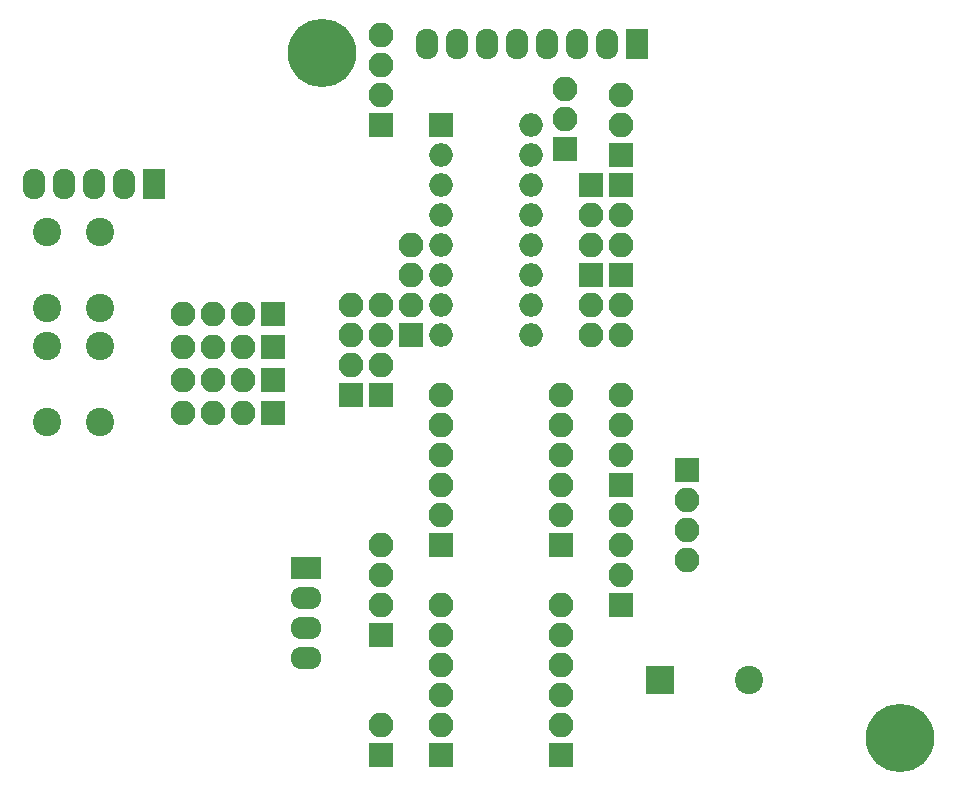
<source format=gbs>
G04 #@! TF.FileFunction,Soldermask,Bot*
%FSLAX46Y46*%
G04 Gerber Fmt 4.6, Leading zero omitted, Abs format (unit mm)*
G04 Created by KiCad (PCBNEW 4.0.5) date 11/07/17 20:17:22*
%MOMM*%
%LPD*%
G01*
G04 APERTURE LIST*
%ADD10C,0.100000*%
%ADD11C,5.800000*%
%ADD12C,3.100000*%
%ADD13R,2.100000X2.100000*%
%ADD14O,2.100000X2.100000*%
%ADD15R,2.000000X2.000000*%
%ADD16O,2.000000X2.000000*%
%ADD17R,2.599640X1.924000*%
%ADD18O,2.599640X1.924000*%
%ADD19R,1.924000X2.599640*%
%ADD20O,1.924000X2.599640*%
%ADD21C,2.400000*%
%ADD22R,2.400000X2.400000*%
G04 APERTURE END LIST*
D10*
D11*
X173540000Y-123000000D03*
D12*
X173540000Y-123000000D03*
X124540000Y-65000000D03*
D13*
X145135600Y-73152000D03*
D14*
X145135600Y-70612000D03*
X145135600Y-68072000D03*
D15*
X134620000Y-71120000D03*
D16*
X142240000Y-88900000D03*
X134620000Y-73660000D03*
X142240000Y-86360000D03*
X134620000Y-76200000D03*
X142240000Y-83820000D03*
X134620000Y-78740000D03*
X142240000Y-81280000D03*
X134620000Y-81280000D03*
X142240000Y-78740000D03*
X134620000Y-83820000D03*
X142240000Y-76200000D03*
X134620000Y-86360000D03*
X142240000Y-73660000D03*
X134620000Y-88900000D03*
X142240000Y-71120000D03*
D14*
X134620000Y-93980000D03*
X134620000Y-96520000D03*
X134620000Y-99060000D03*
X134620000Y-101600000D03*
X134620000Y-104140000D03*
D13*
X134620000Y-106680000D03*
X144780000Y-106680000D03*
D14*
X144780000Y-104140000D03*
X144780000Y-101600000D03*
X144780000Y-99060000D03*
X144780000Y-96520000D03*
X144780000Y-93980000D03*
X134620000Y-111760000D03*
X134620000Y-114300000D03*
X134620000Y-116840000D03*
X134620000Y-119380000D03*
X134620000Y-121920000D03*
D13*
X134620000Y-124460000D03*
X144780000Y-124460000D03*
D14*
X144780000Y-121920000D03*
X144780000Y-119380000D03*
X144780000Y-116840000D03*
X144780000Y-114300000D03*
X144780000Y-111760000D03*
D13*
X149860000Y-101600000D03*
D14*
X149860000Y-99060000D03*
X149860000Y-96520000D03*
X149860000Y-93980000D03*
D13*
X149860000Y-76200000D03*
D14*
X149860000Y-78740000D03*
X149860000Y-81280000D03*
D13*
X147320000Y-76200000D03*
D14*
X147320000Y-78740000D03*
X147320000Y-81280000D03*
D13*
X149860000Y-83820000D03*
D14*
X149860000Y-86360000D03*
X149860000Y-88900000D03*
D13*
X147320000Y-83820000D03*
D14*
X147320000Y-86360000D03*
X147320000Y-88900000D03*
D13*
X129540000Y-93980000D03*
D14*
X129540000Y-91440000D03*
X129540000Y-88900000D03*
X129540000Y-86360000D03*
D13*
X129540000Y-114300000D03*
D14*
X129540000Y-111760000D03*
X129540000Y-109220000D03*
X129540000Y-106680000D03*
D13*
X127000000Y-93980000D03*
D14*
X127000000Y-91440000D03*
X127000000Y-88900000D03*
X127000000Y-86360000D03*
D13*
X149860000Y-111760000D03*
D14*
X149860000Y-109220000D03*
X149860000Y-106680000D03*
X149860000Y-104140000D03*
D13*
X149860000Y-73660000D03*
D14*
X149860000Y-71120000D03*
X149860000Y-68580000D03*
D13*
X132080000Y-88900000D03*
D14*
X132080000Y-86360000D03*
X132080000Y-83820000D03*
X132080000Y-81280000D03*
D17*
X123190000Y-108585000D03*
D18*
X123190000Y-111125000D03*
X123190000Y-113665000D03*
X123190000Y-116205000D03*
D13*
X129540000Y-124460000D03*
D14*
X129540000Y-121920000D03*
D19*
X110363000Y-76073000D03*
D20*
X107823000Y-76073000D03*
X105283000Y-76073000D03*
X102743000Y-76073000D03*
X100203000Y-76073000D03*
D19*
X151257000Y-64262000D03*
D20*
X148717000Y-64262000D03*
X146177000Y-64262000D03*
X143637000Y-64262000D03*
X141097000Y-64262000D03*
X138557000Y-64262000D03*
X136017000Y-64262000D03*
X133477000Y-64262000D03*
D21*
X101291000Y-89789000D03*
X105791000Y-89789000D03*
X101291000Y-96289000D03*
X105791000Y-96289000D03*
X101291000Y-80137000D03*
X105791000Y-80137000D03*
X101291000Y-86637000D03*
X105791000Y-86637000D03*
D13*
X155448000Y-100330000D03*
D14*
X155448000Y-102870000D03*
X155448000Y-105410000D03*
X155448000Y-107950000D03*
D13*
X120396000Y-87122000D03*
D14*
X117856000Y-87122000D03*
X115316000Y-87122000D03*
X112776000Y-87122000D03*
D13*
X120396000Y-89916000D03*
D14*
X117856000Y-89916000D03*
X115316000Y-89916000D03*
X112776000Y-89916000D03*
D13*
X120396000Y-92710000D03*
D14*
X117856000Y-92710000D03*
X115316000Y-92710000D03*
X112776000Y-92710000D03*
D13*
X120396000Y-95504000D03*
D14*
X117856000Y-95504000D03*
X115316000Y-95504000D03*
X112776000Y-95504000D03*
D13*
X129540000Y-71125080D03*
D14*
X129540000Y-68585080D03*
X129540000Y-66045080D03*
X129540000Y-63505080D03*
D11*
X124540000Y-65000000D03*
D22*
X153162000Y-118110000D03*
D21*
X160762000Y-118110000D03*
M02*

</source>
